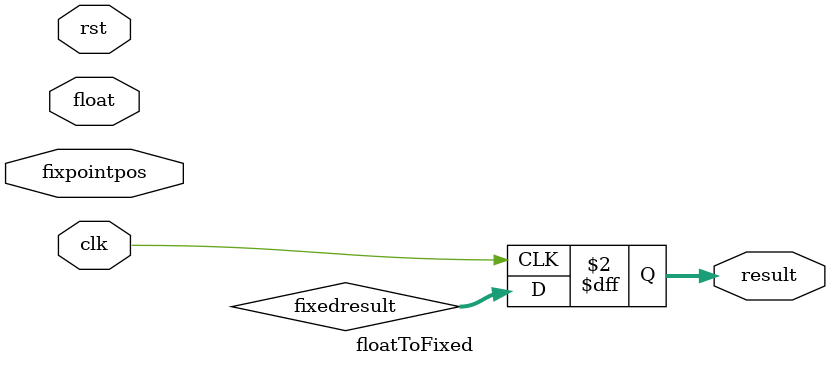
<source format=v>
`timescale 1ns / 1ps
module floatToFixed(
  input wire clk, 
  input wire rst , 
  input wire[31:0] float, 
  input wire[4:0] fixpointpos , 
  output wire[31:0] result );

wire [31:0] fixedresult ; 

// Your  Implementation 


// -------------------------------------------	
// Register the results 
// -------------------------------------------

always @ ( posedge clk ) begin 
    result <= fixedresult ;
end 
endmodule

</source>
